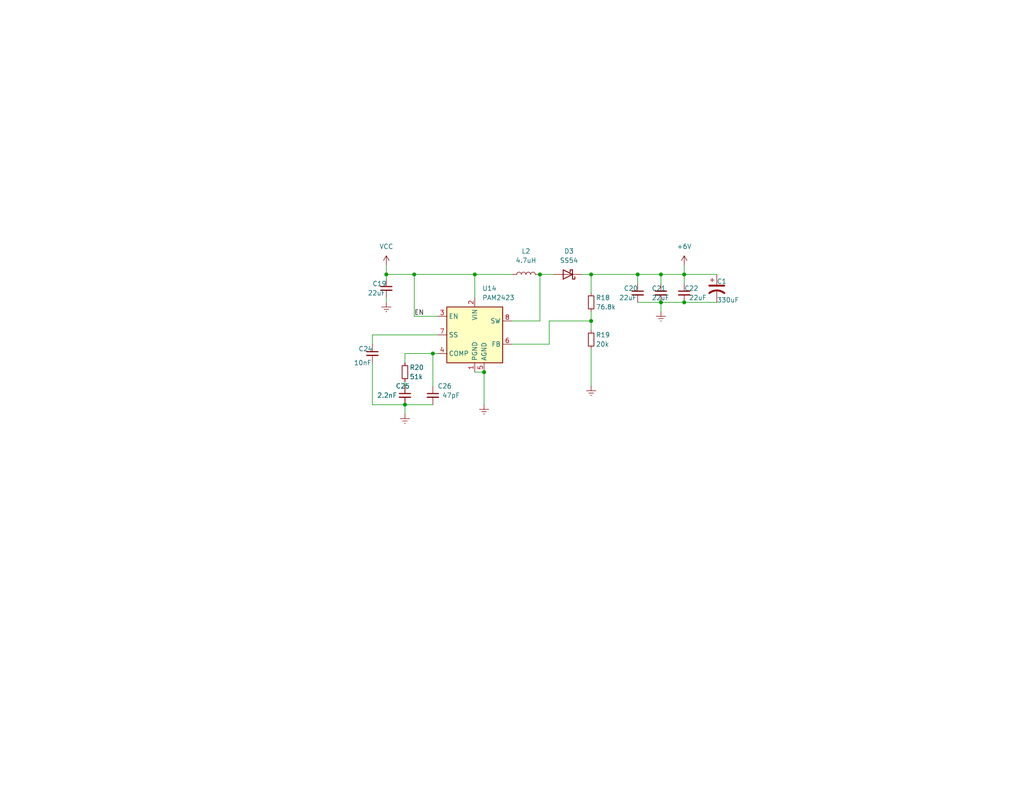
<source format=kicad_sch>
(kicad_sch (version 20230121) (generator eeschema)

  (uuid 977c97e1-e0e4-4c38-a6f1-5265607ac8d0)

  (paper "USLetter")

  (title_block
    (title "Yozh mainboard")
    (date "2023-10-26")
    (rev "4.02")
    (company "Island Robotics")
  )

  (lib_symbols
    (symbol "Device:C_Polarized_US" (pin_numbers hide) (pin_names (offset 0.254) hide) (in_bom yes) (on_board yes)
      (property "Reference" "C" (at 0.635 2.54 0)
        (effects (font (size 1.27 1.27)) (justify left))
      )
      (property "Value" "C_Polarized_US" (at 0.635 -2.54 0)
        (effects (font (size 1.27 1.27)) (justify left))
      )
      (property "Footprint" "" (at 0 0 0)
        (effects (font (size 1.27 1.27)) hide)
      )
      (property "Datasheet" "~" (at 0 0 0)
        (effects (font (size 1.27 1.27)) hide)
      )
      (property "ki_keywords" "cap capacitor" (at 0 0 0)
        (effects (font (size 1.27 1.27)) hide)
      )
      (property "ki_description" "Polarized capacitor, US symbol" (at 0 0 0)
        (effects (font (size 1.27 1.27)) hide)
      )
      (property "ki_fp_filters" "CP_*" (at 0 0 0)
        (effects (font (size 1.27 1.27)) hide)
      )
      (symbol "C_Polarized_US_0_1"
        (polyline
          (pts
            (xy -2.032 0.762)
            (xy 2.032 0.762)
          )
          (stroke (width 0.508) (type default))
          (fill (type none))
        )
        (polyline
          (pts
            (xy -1.778 2.286)
            (xy -0.762 2.286)
          )
          (stroke (width 0) (type default))
          (fill (type none))
        )
        (polyline
          (pts
            (xy -1.27 1.778)
            (xy -1.27 2.794)
          )
          (stroke (width 0) (type default))
          (fill (type none))
        )
        (arc (start 2.032 -1.27) (mid 0 -0.5572) (end -2.032 -1.27)
          (stroke (width 0.508) (type default))
          (fill (type none))
        )
      )
      (symbol "C_Polarized_US_1_1"
        (pin passive line (at 0 3.81 270) (length 2.794)
          (name "~" (effects (font (size 1.27 1.27))))
          (number "1" (effects (font (size 1.27 1.27))))
        )
        (pin passive line (at 0 -3.81 90) (length 3.302)
          (name "~" (effects (font (size 1.27 1.27))))
          (number "2" (effects (font (size 1.27 1.27))))
        )
      )
    )
    (symbol "Device:C_Small" (pin_numbers hide) (pin_names (offset 0.254) hide) (in_bom yes) (on_board yes)
      (property "Reference" "C" (at 0.254 1.778 0)
        (effects (font (size 1.27 1.27)) (justify left))
      )
      (property "Value" "C_Small" (at 0.254 -2.032 0)
        (effects (font (size 1.27 1.27)) (justify left))
      )
      (property "Footprint" "" (at 0 0 0)
        (effects (font (size 1.27 1.27)) hide)
      )
      (property "Datasheet" "~" (at 0 0 0)
        (effects (font (size 1.27 1.27)) hide)
      )
      (property "ki_keywords" "capacitor cap" (at 0 0 0)
        (effects (font (size 1.27 1.27)) hide)
      )
      (property "ki_description" "Unpolarized capacitor, small symbol" (at 0 0 0)
        (effects (font (size 1.27 1.27)) hide)
      )
      (property "ki_fp_filters" "C_*" (at 0 0 0)
        (effects (font (size 1.27 1.27)) hide)
      )
      (symbol "C_Small_0_1"
        (polyline
          (pts
            (xy -1.524 -0.508)
            (xy 1.524 -0.508)
          )
          (stroke (width 0.3302) (type default))
          (fill (type none))
        )
        (polyline
          (pts
            (xy -1.524 0.508)
            (xy 1.524 0.508)
          )
          (stroke (width 0.3048) (type default))
          (fill (type none))
        )
      )
      (symbol "C_Small_1_1"
        (pin passive line (at 0 2.54 270) (length 2.032)
          (name "~" (effects (font (size 1.27 1.27))))
          (number "1" (effects (font (size 1.27 1.27))))
        )
        (pin passive line (at 0 -2.54 90) (length 2.032)
          (name "~" (effects (font (size 1.27 1.27))))
          (number "2" (effects (font (size 1.27 1.27))))
        )
      )
    )
    (symbol "Device:D_Schottky" (pin_numbers hide) (pin_names (offset 1.016) hide) (in_bom yes) (on_board yes)
      (property "Reference" "D" (at 0 2.54 0)
        (effects (font (size 1.27 1.27)))
      )
      (property "Value" "D_Schottky" (at 0 -2.54 0)
        (effects (font (size 1.27 1.27)))
      )
      (property "Footprint" "" (at 0 0 0)
        (effects (font (size 1.27 1.27)) hide)
      )
      (property "Datasheet" "~" (at 0 0 0)
        (effects (font (size 1.27 1.27)) hide)
      )
      (property "ki_keywords" "diode Schottky" (at 0 0 0)
        (effects (font (size 1.27 1.27)) hide)
      )
      (property "ki_description" "Schottky diode" (at 0 0 0)
        (effects (font (size 1.27 1.27)) hide)
      )
      (property "ki_fp_filters" "TO-???* *_Diode_* *SingleDiode* D_*" (at 0 0 0)
        (effects (font (size 1.27 1.27)) hide)
      )
      (symbol "D_Schottky_0_1"
        (polyline
          (pts
            (xy 1.27 0)
            (xy -1.27 0)
          )
          (stroke (width 0) (type default))
          (fill (type none))
        )
        (polyline
          (pts
            (xy 1.27 1.27)
            (xy 1.27 -1.27)
            (xy -1.27 0)
            (xy 1.27 1.27)
          )
          (stroke (width 0.254) (type default))
          (fill (type none))
        )
        (polyline
          (pts
            (xy -1.905 0.635)
            (xy -1.905 1.27)
            (xy -1.27 1.27)
            (xy -1.27 -1.27)
            (xy -0.635 -1.27)
            (xy -0.635 -0.635)
          )
          (stroke (width 0.254) (type default))
          (fill (type none))
        )
      )
      (symbol "D_Schottky_1_1"
        (pin passive line (at -3.81 0 0) (length 2.54)
          (name "K" (effects (font (size 1.27 1.27))))
          (number "1" (effects (font (size 1.27 1.27))))
        )
        (pin passive line (at 3.81 0 180) (length 2.54)
          (name "A" (effects (font (size 1.27 1.27))))
          (number "2" (effects (font (size 1.27 1.27))))
        )
      )
    )
    (symbol "Device:L" (pin_numbers hide) (pin_names (offset 1.016) hide) (in_bom yes) (on_board yes)
      (property "Reference" "L" (at -1.27 0 90)
        (effects (font (size 1.27 1.27)))
      )
      (property "Value" "L" (at 1.905 0 90)
        (effects (font (size 1.27 1.27)))
      )
      (property "Footprint" "" (at 0 0 0)
        (effects (font (size 1.27 1.27)) hide)
      )
      (property "Datasheet" "~" (at 0 0 0)
        (effects (font (size 1.27 1.27)) hide)
      )
      (property "ki_keywords" "inductor choke coil reactor magnetic" (at 0 0 0)
        (effects (font (size 1.27 1.27)) hide)
      )
      (property "ki_description" "Inductor" (at 0 0 0)
        (effects (font (size 1.27 1.27)) hide)
      )
      (property "ki_fp_filters" "Choke_* *Coil* Inductor_* L_*" (at 0 0 0)
        (effects (font (size 1.27 1.27)) hide)
      )
      (symbol "L_0_1"
        (arc (start 0 -2.54) (mid 0.6323 -1.905) (end 0 -1.27)
          (stroke (width 0) (type default))
          (fill (type none))
        )
        (arc (start 0 -1.27) (mid 0.6323 -0.635) (end 0 0)
          (stroke (width 0) (type default))
          (fill (type none))
        )
        (arc (start 0 0) (mid 0.6323 0.635) (end 0 1.27)
          (stroke (width 0) (type default))
          (fill (type none))
        )
        (arc (start 0 1.27) (mid 0.6323 1.905) (end 0 2.54)
          (stroke (width 0) (type default))
          (fill (type none))
        )
      )
      (symbol "L_1_1"
        (pin passive line (at 0 3.81 270) (length 1.27)
          (name "1" (effects (font (size 1.27 1.27))))
          (number "1" (effects (font (size 1.27 1.27))))
        )
        (pin passive line (at 0 -3.81 90) (length 1.27)
          (name "2" (effects (font (size 1.27 1.27))))
          (number "2" (effects (font (size 1.27 1.27))))
        )
      )
    )
    (symbol "Device:R_Small" (pin_numbers hide) (pin_names (offset 0.254) hide) (in_bom yes) (on_board yes)
      (property "Reference" "R" (at 0.762 0.508 0)
        (effects (font (size 1.27 1.27)) (justify left))
      )
      (property "Value" "R_Small" (at 0.762 -1.016 0)
        (effects (font (size 1.27 1.27)) (justify left))
      )
      (property "Footprint" "" (at 0 0 0)
        (effects (font (size 1.27 1.27)) hide)
      )
      (property "Datasheet" "~" (at 0 0 0)
        (effects (font (size 1.27 1.27)) hide)
      )
      (property "ki_keywords" "R resistor" (at 0 0 0)
        (effects (font (size 1.27 1.27)) hide)
      )
      (property "ki_description" "Resistor, small symbol" (at 0 0 0)
        (effects (font (size 1.27 1.27)) hide)
      )
      (property "ki_fp_filters" "R_*" (at 0 0 0)
        (effects (font (size 1.27 1.27)) hide)
      )
      (symbol "R_Small_0_1"
        (rectangle (start -0.762 1.778) (end 0.762 -1.778)
          (stroke (width 0.2032) (type default))
          (fill (type none))
        )
      )
      (symbol "R_Small_1_1"
        (pin passive line (at 0 2.54 270) (length 0.762)
          (name "~" (effects (font (size 1.27 1.27))))
          (number "1" (effects (font (size 1.27 1.27))))
        )
        (pin passive line (at 0 -2.54 90) (length 0.762)
          (name "~" (effects (font (size 1.27 1.27))))
          (number "2" (effects (font (size 1.27 1.27))))
        )
      )
    )
    (symbol "power:+6V" (power) (pin_names (offset 0)) (in_bom yes) (on_board yes)
      (property "Reference" "#PWR" (at 0 -3.81 0)
        (effects (font (size 1.27 1.27)) hide)
      )
      (property "Value" "+6V" (at 0 3.556 0)
        (effects (font (size 1.27 1.27)))
      )
      (property "Footprint" "" (at 0 0 0)
        (effects (font (size 1.27 1.27)) hide)
      )
      (property "Datasheet" "" (at 0 0 0)
        (effects (font (size 1.27 1.27)) hide)
      )
      (property "ki_keywords" "power-flag" (at 0 0 0)
        (effects (font (size 1.27 1.27)) hide)
      )
      (property "ki_description" "Power symbol creates a global label with name \"+6V\"" (at 0 0 0)
        (effects (font (size 1.27 1.27)) hide)
      )
      (symbol "+6V_0_1"
        (polyline
          (pts
            (xy -0.762 1.27)
            (xy 0 2.54)
          )
          (stroke (width 0) (type default))
          (fill (type none))
        )
        (polyline
          (pts
            (xy 0 0)
            (xy 0 2.54)
          )
          (stroke (width 0) (type default))
          (fill (type none))
        )
        (polyline
          (pts
            (xy 0 2.54)
            (xy 0.762 1.27)
          )
          (stroke (width 0) (type default))
          (fill (type none))
        )
      )
      (symbol "+6V_1_1"
        (pin power_in line (at 0 0 90) (length 0) hide
          (name "+6V" (effects (font (size 1.27 1.27))))
          (number "1" (effects (font (size 1.27 1.27))))
        )
      )
    )
    (symbol "power:GNDREF" (power) (pin_names (offset 0)) (in_bom yes) (on_board yes)
      (property "Reference" "#PWR" (at 0 -6.35 0)
        (effects (font (size 1.27 1.27)) hide)
      )
      (property "Value" "GNDREF" (at 0 -3.81 0)
        (effects (font (size 1.27 1.27)))
      )
      (property "Footprint" "" (at 0 0 0)
        (effects (font (size 1.27 1.27)) hide)
      )
      (property "Datasheet" "" (at 0 0 0)
        (effects (font (size 1.27 1.27)) hide)
      )
      (property "ki_keywords" "power-flag" (at 0 0 0)
        (effects (font (size 1.27 1.27)) hide)
      )
      (property "ki_description" "Power symbol creates a global label with name \"GNDREF\" , reference supply ground" (at 0 0 0)
        (effects (font (size 1.27 1.27)) hide)
      )
      (symbol "GNDREF_0_1"
        (polyline
          (pts
            (xy -0.635 -1.905)
            (xy 0.635 -1.905)
          )
          (stroke (width 0) (type default))
          (fill (type none))
        )
        (polyline
          (pts
            (xy -0.127 -2.54)
            (xy 0.127 -2.54)
          )
          (stroke (width 0) (type default))
          (fill (type none))
        )
        (polyline
          (pts
            (xy 0 -1.27)
            (xy 0 0)
          )
          (stroke (width 0) (type default))
          (fill (type none))
        )
        (polyline
          (pts
            (xy 1.27 -1.27)
            (xy -1.27 -1.27)
          )
          (stroke (width 0) (type default))
          (fill (type none))
        )
      )
      (symbol "GNDREF_1_1"
        (pin power_in line (at 0 0 270) (length 0) hide
          (name "GNDREF" (effects (font (size 1.27 1.27))))
          (number "1" (effects (font (size 1.27 1.27))))
        )
      )
    )
    (symbol "power:VCC" (power) (pin_names (offset 0)) (in_bom yes) (on_board yes)
      (property "Reference" "#PWR" (at 0 -3.81 0)
        (effects (font (size 1.27 1.27)) hide)
      )
      (property "Value" "VCC" (at 0 3.81 0)
        (effects (font (size 1.27 1.27)))
      )
      (property "Footprint" "" (at 0 0 0)
        (effects (font (size 1.27 1.27)) hide)
      )
      (property "Datasheet" "" (at 0 0 0)
        (effects (font (size 1.27 1.27)) hide)
      )
      (property "ki_keywords" "power-flag" (at 0 0 0)
        (effects (font (size 1.27 1.27)) hide)
      )
      (property "ki_description" "Power symbol creates a global label with name \"VCC\"" (at 0 0 0)
        (effects (font (size 1.27 1.27)) hide)
      )
      (symbol "VCC_0_1"
        (polyline
          (pts
            (xy -0.762 1.27)
            (xy 0 2.54)
          )
          (stroke (width 0) (type default))
          (fill (type none))
        )
        (polyline
          (pts
            (xy 0 0)
            (xy 0 2.54)
          )
          (stroke (width 0) (type default))
          (fill (type none))
        )
        (polyline
          (pts
            (xy 0 2.54)
            (xy 0.762 1.27)
          )
          (stroke (width 0) (type default))
          (fill (type none))
        )
      )
      (symbol "VCC_1_1"
        (pin power_in line (at 0 0 90) (length 0) hide
          (name "VCC" (effects (font (size 1.27 1.27))))
          (number "1" (effects (font (size 1.27 1.27))))
        )
      )
    )
    (symbol "shurik-personal:PAM2423" (in_bom yes) (on_board yes)
      (property "Reference" "U" (at -7.366 8.636 0)
        (effects (font (size 1.27 1.27)))
      )
      (property "Value" "PAM2423" (at 7.62 8.89 0)
        (effects (font (size 1.27 1.27)))
      )
      (property "Footprint" "Package_SO:SOIC-8-1EP_3.9x4.9mm_P1.27mm_EP2.62x3.51mm" (at 5.08 13.97 0)
        (effects (font (size 1.27 1.27)) hide)
      )
      (property "Datasheet" "https://www.diodes.com/assets/Datasheets/products_inactive_data/PAM2421_22_23.pdf" (at 3.81 -20.32 0)
        (effects (font (size 1.27 1.27)) hide)
      )
      (property "ki_keywords" "boost converter step up" (at 0 0 0)
        (effects (font (size 1.27 1.27)) hide)
      )
      (property "ki_description" "Synchronous Rectified 5.5A, 24V, 520kHz Step-Up Converter, SOIC-8" (at 0 0 0)
        (effects (font (size 1.27 1.27)) hide)
      )
      (property "ki_fp_filters" "SOIC*1EP*3.9x4.9mm*P1.27mm*" (at 0 0 0)
        (effects (font (size 1.27 1.27)) hide)
      )
      (symbol "PAM2423_0_1"
        (rectangle (start -7.62 7.62) (end 7.62 -7.62)
          (stroke (width 0.254) (type default))
          (fill (type background))
        )
      )
      (symbol "PAM2423_1_1"
        (pin power_in line (at 0 -10.16 90) (length 2.54)
          (name "PGND" (effects (font (size 1.27 1.27))))
          (number "1" (effects (font (size 1.27 1.27))))
        )
        (pin power_in line (at 0 10.16 270) (length 2.54)
          (name "VIN" (effects (font (size 1.27 1.27))))
          (number "2" (effects (font (size 1.27 1.27))))
        )
        (pin input line (at -10.16 5.08 0) (length 2.54)
          (name "EN" (effects (font (size 1.27 1.27))))
          (number "3" (effects (font (size 1.27 1.27))))
        )
        (pin passive line (at -10.16 -5.08 0) (length 2.54)
          (name "COMP" (effects (font (size 1.27 1.27))))
          (number "4" (effects (font (size 1.27 1.27))))
        )
        (pin power_in line (at 2.54 -10.16 90) (length 2.54)
          (name "AGND" (effects (font (size 1.27 1.27))))
          (number "5" (effects (font (size 1.27 1.27))))
        )
        (pin input line (at 10.16 -2.54 180) (length 2.54)
          (name "FB" (effects (font (size 1.27 1.27))))
          (number "6" (effects (font (size 1.27 1.27))))
        )
        (pin input line (at -10.16 0 0) (length 2.54)
          (name "SS" (effects (font (size 1.27 1.27))))
          (number "7" (effects (font (size 1.27 1.27))))
        )
        (pin output line (at 10.16 3.81 180) (length 2.54)
          (name "SW" (effects (font (size 1.27 1.27))))
          (number "8" (effects (font (size 1.27 1.27))))
        )
      )
    )
  )

  (junction (at 161.29 74.93) (diameter 0) (color 0 0 0 0)
    (uuid 2802fbc3-cc9b-4e9e-bbc9-98d71103e473)
  )
  (junction (at 180.34 82.55) (diameter 0) (color 0 0 0 0)
    (uuid 395bf085-bae6-4af5-ad91-d1dc32dc2cd2)
  )
  (junction (at 186.69 82.55) (diameter 0) (color 0 0 0 0)
    (uuid 3e4d8b08-2b83-4b86-a377-16cd912cd6d3)
  )
  (junction (at 147.32 74.93) (diameter 0) (color 0 0 0 0)
    (uuid 558ea5d2-f6e9-44ca-a746-75ba35083b21)
  )
  (junction (at 132.08 101.6) (diameter 0) (color 0 0 0 0)
    (uuid 5602076b-aa9b-44cd-a7c2-75bf926d6119)
  )
  (junction (at 180.34 74.93) (diameter 0) (color 0 0 0 0)
    (uuid 6b9caf75-b0e8-4547-9962-4e37e17b9a8f)
  )
  (junction (at 161.29 87.63) (diameter 0) (color 0 0 0 0)
    (uuid 9e2deed3-555f-4c44-ac40-9cdb29dcbd8f)
  )
  (junction (at 129.54 74.93) (diameter 0) (color 0 0 0 0)
    (uuid a2ab298b-e65f-4f64-847a-a483e451e927)
  )
  (junction (at 173.99 74.93) (diameter 0) (color 0 0 0 0)
    (uuid abc70a81-9026-4324-b8a0-254c75983beb)
  )
  (junction (at 110.49 110.49) (diameter 0) (color 0 0 0 0)
    (uuid b8e27247-e73d-4445-ba27-1e58ca703f9c)
  )
  (junction (at 118.11 96.52) (diameter 0) (color 0 0 0 0)
    (uuid c4739040-f4e7-4739-a34f-f7284899ce00)
  )
  (junction (at 105.41 74.93) (diameter 0) (color 0 0 0 0)
    (uuid d7004313-7bcd-4799-a65c-83ff33bbfe9f)
  )
  (junction (at 113.03 74.93) (diameter 0) (color 0 0 0 0)
    (uuid def2ee76-e618-4254-8f71-f55760228983)
  )
  (junction (at 186.69 74.93) (diameter 0) (color 0 0 0 0)
    (uuid fa4ff496-8a70-465c-a116-22166f1d7d96)
  )

  (wire (pts (xy 113.03 74.93) (xy 129.54 74.93))
    (stroke (width 0) (type default))
    (uuid 001eb22c-ee68-4209-9b21-c9b8a1d93e34)
  )
  (wire (pts (xy 149.86 87.63) (xy 161.29 87.63))
    (stroke (width 0) (type default))
    (uuid 01648031-13b2-4042-bf22-7c47153e9322)
  )
  (wire (pts (xy 101.6 110.49) (xy 110.49 110.49))
    (stroke (width 0) (type default))
    (uuid 03c26cf9-94d9-40c7-a7f9-3d1ae819fe10)
  )
  (wire (pts (xy 129.54 101.6) (xy 132.08 101.6))
    (stroke (width 0) (type default))
    (uuid 0a693246-e91a-403b-ba9d-36c14b24e8fb)
  )
  (wire (pts (xy 180.34 74.93) (xy 180.34 77.47))
    (stroke (width 0) (type default))
    (uuid 0bd1c006-5b92-443d-b0ba-eb44d7f99385)
  )
  (wire (pts (xy 173.99 82.55) (xy 180.34 82.55))
    (stroke (width 0) (type default))
    (uuid 10fc50e3-cc1f-46f0-a302-aa4e89a5d9ac)
  )
  (wire (pts (xy 105.41 74.93) (xy 105.41 76.2))
    (stroke (width 0) (type default))
    (uuid 1491c976-fb55-4dec-a219-1eed2cab5cf5)
  )
  (wire (pts (xy 186.69 74.93) (xy 195.58 74.93))
    (stroke (width 0) (type default))
    (uuid 152541f3-55bd-4271-b454-696101e16bd0)
  )
  (wire (pts (xy 101.6 91.44) (xy 119.38 91.44))
    (stroke (width 0) (type default))
    (uuid 16f22e32-0a68-445b-890d-a1d6a066de41)
  )
  (wire (pts (xy 132.08 101.6) (xy 132.08 110.49))
    (stroke (width 0) (type default))
    (uuid 1b12d5ea-20f1-484c-915b-a3173847263a)
  )
  (wire (pts (xy 173.99 74.93) (xy 180.34 74.93))
    (stroke (width 0) (type default))
    (uuid 1bfde24d-3aca-4b4c-a36f-fe58a0796915)
  )
  (wire (pts (xy 161.29 95.25) (xy 161.29 105.41))
    (stroke (width 0) (type default))
    (uuid 270fd56c-a1f3-456a-8f68-17b5492f1c77)
  )
  (wire (pts (xy 110.49 96.52) (xy 118.11 96.52))
    (stroke (width 0) (type default))
    (uuid 339cd3eb-d453-4194-9a47-5086cfa0644e)
  )
  (wire (pts (xy 105.41 81.28) (xy 105.41 82.55))
    (stroke (width 0) (type default))
    (uuid 38730ad2-c168-4734-a38c-bab476563e32)
  )
  (wire (pts (xy 113.03 74.93) (xy 113.03 86.36))
    (stroke (width 0) (type default))
    (uuid 3c77146f-4e01-429a-b909-1b251ba962e1)
  )
  (wire (pts (xy 139.7 87.63) (xy 147.32 87.63))
    (stroke (width 0) (type default))
    (uuid 3fe6f06a-f7a2-4af0-b1da-2e1950f933a1)
  )
  (wire (pts (xy 110.49 110.49) (xy 110.49 113.03))
    (stroke (width 0) (type default))
    (uuid 432f4f2f-9732-4a44-9e1d-baf1097a96d6)
  )
  (wire (pts (xy 129.54 74.93) (xy 139.7 74.93))
    (stroke (width 0) (type default))
    (uuid 44bee652-c843-4360-a507-fc4c2ffc414f)
  )
  (wire (pts (xy 101.6 91.44) (xy 101.6 93.98))
    (stroke (width 0) (type default))
    (uuid 4935acf4-c3dc-4e0e-bfbc-0c5737c47c8e)
  )
  (wire (pts (xy 129.54 74.93) (xy 129.54 81.28))
    (stroke (width 0) (type default))
    (uuid 4ee72718-e510-4b96-aa97-e0eda1743847)
  )
  (wire (pts (xy 186.69 82.55) (xy 195.58 82.55))
    (stroke (width 0) (type default))
    (uuid 591a023a-0b48-48c5-a666-c16c50e75e9b)
  )
  (wire (pts (xy 180.34 82.55) (xy 186.69 82.55))
    (stroke (width 0) (type default))
    (uuid 5d162e65-e7f5-4813-9e1e-652b68fe5a70)
  )
  (wire (pts (xy 113.03 86.36) (xy 119.38 86.36))
    (stroke (width 0) (type default))
    (uuid 7290f199-e916-4d0d-8450-d75bc284f13c)
  )
  (wire (pts (xy 186.69 74.93) (xy 186.69 77.47))
    (stroke (width 0) (type default))
    (uuid 73e80ab4-8296-4baf-9542-0f512b7be43f)
  )
  (wire (pts (xy 118.11 96.52) (xy 119.38 96.52))
    (stroke (width 0) (type default))
    (uuid 7b905658-2883-4741-94c8-1ebf49cd9273)
  )
  (wire (pts (xy 139.7 93.98) (xy 149.86 93.98))
    (stroke (width 0) (type default))
    (uuid 953c7430-c753-4a05-a76f-f6cbb8fa6e16)
  )
  (wire (pts (xy 105.41 74.93) (xy 113.03 74.93))
    (stroke (width 0) (type default))
    (uuid 9ab92982-03e0-41d8-9911-65ed86f2b46c)
  )
  (wire (pts (xy 161.29 74.93) (xy 173.99 74.93))
    (stroke (width 0) (type default))
    (uuid 9f12e7b0-ea5b-4ad0-8586-02dac9fe98a7)
  )
  (wire (pts (xy 118.11 96.52) (xy 118.11 105.41))
    (stroke (width 0) (type default))
    (uuid a8aed724-308c-4f99-8fe7-50d221754521)
  )
  (wire (pts (xy 105.41 72.39) (xy 105.41 74.93))
    (stroke (width 0) (type default))
    (uuid ac10e2da-65d3-4e78-89bc-fe1ba6d9fa52)
  )
  (wire (pts (xy 149.86 93.98) (xy 149.86 87.63))
    (stroke (width 0) (type default))
    (uuid af9ebf61-ca7d-4359-917f-ce3a91bbbcb3)
  )
  (wire (pts (xy 161.29 87.63) (xy 161.29 85.09))
    (stroke (width 0) (type default))
    (uuid b11f2777-1da9-4c1b-9494-4e86f77b9f46)
  )
  (wire (pts (xy 161.29 87.63) (xy 161.29 90.17))
    (stroke (width 0) (type default))
    (uuid bbd924a1-c84d-49d6-a733-37c0143b82f9)
  )
  (wire (pts (xy 101.6 99.06) (xy 101.6 110.49))
    (stroke (width 0) (type default))
    (uuid c1213472-7574-4110-8793-7f4735b398d5)
  )
  (wire (pts (xy 186.69 74.93) (xy 186.69 72.39))
    (stroke (width 0) (type default))
    (uuid d5073400-f9c2-4cf3-adfa-105481b4b1ba)
  )
  (wire (pts (xy 180.34 74.93) (xy 186.69 74.93))
    (stroke (width 0) (type default))
    (uuid d7343f2b-2368-4b1d-ad6f-67674669b0a0)
  )
  (wire (pts (xy 110.49 96.52) (xy 110.49 99.06))
    (stroke (width 0) (type default))
    (uuid df18d165-7659-41e1-89df-8a5a2265c71a)
  )
  (wire (pts (xy 173.99 74.93) (xy 173.99 77.47))
    (stroke (width 0) (type default))
    (uuid e020ea4a-26ca-4334-a713-edf8fd2a0038)
  )
  (wire (pts (xy 147.32 74.93) (xy 147.32 87.63))
    (stroke (width 0) (type default))
    (uuid e7686711-fb33-4ebb-bb6f-f9aa6312ffa7)
  )
  (wire (pts (xy 158.75 74.93) (xy 161.29 74.93))
    (stroke (width 0) (type default))
    (uuid e8ea283c-036a-4257-8989-9a8ee3c938ce)
  )
  (wire (pts (xy 110.49 104.14) (xy 110.49 105.41))
    (stroke (width 0) (type default))
    (uuid eac5fd02-aa18-4039-877b-d0c149d855c7)
  )
  (wire (pts (xy 147.32 74.93) (xy 151.13 74.93))
    (stroke (width 0) (type default))
    (uuid eceaee7d-f2c2-4c71-b650-1a7d1b764fe9)
  )
  (wire (pts (xy 161.29 74.93) (xy 161.29 80.01))
    (stroke (width 0) (type default))
    (uuid f3abc9e3-8c17-4332-950e-bc62ba6ab81a)
  )
  (wire (pts (xy 180.34 82.55) (xy 180.34 85.09))
    (stroke (width 0) (type default))
    (uuid f58dde85-64f3-42a1-9cc5-1fe80e0122da)
  )
  (wire (pts (xy 110.49 110.49) (xy 118.11 110.49))
    (stroke (width 0) (type default))
    (uuid fa1b16c8-e8b0-4061-a098-fc9257068106)
  )

  (label "EN" (at 113.03 86.36 0) (fields_autoplaced)
    (effects (font (size 1.27 1.27)) (justify left bottom))
    (uuid 7e9ffa64-d251-4e72-aea0-3c5b675da9d5)
  )

  (symbol (lib_id "Device:C_Small") (at 173.99 80.01 0) (unit 1)
    (in_bom yes) (on_board yes) (dnp no)
    (uuid 01da52c9-9a57-49ac-8b79-aa355ecb6777)
    (property "Reference" "C20" (at 170.18 78.74 0)
      (effects (font (size 1.27 1.27)) (justify left))
    )
    (property "Value" "22uF" (at 168.91 81.28 0)
      (effects (font (size 1.27 1.27)) (justify left))
    )
    (property "Footprint" "Capacitor_SMD:C_0805_2012Metric" (at 173.99 80.01 0)
      (effects (font (size 1.27 1.27)) hide)
    )
    (property "Datasheet" "~" (at 173.99 80.01 0)
      (effects (font (size 1.27 1.27)) hide)
    )
    (property "LCSC" "C45783" (at 170.18 78.74 0)
      (effects (font (size 1.27 1.27)) hide)
    )
    (pin "1" (uuid 8d35f2cb-071d-4658-8a99-993952712c36))
    (pin "2" (uuid a4c0b832-70ee-48a8-9779-a7960c8f85b0))
    (instances
      (project "mainboard_dual_battery"
        (path "/591ae189-9f11-455a-8e73-9d24a6e3c138"
          (reference "C20") (unit 1)
        )
        (path "/591ae189-9f11-455a-8e73-9d24a6e3c138/d7aafc7f-a655-4380-8bc0-19e0eb0d0f4c"
          (reference "C20") (unit 1)
        )
      )
    )
  )

  (symbol (lib_id "Device:C_Small") (at 186.69 80.01 0) (unit 1)
    (in_bom yes) (on_board yes) (dnp no)
    (uuid 030deac6-8c55-4a16-aeaa-d6e7f800f604)
    (property "Reference" "C22" (at 186.69 78.74 0)
      (effects (font (size 1.27 1.27)) (justify left))
    )
    (property "Value" "22uF" (at 187.96 81.28 0)
      (effects (font (size 1.27 1.27)) (justify left))
    )
    (property "Footprint" "Capacitor_SMD:C_0805_2012Metric" (at 186.69 80.01 0)
      (effects (font (size 1.27 1.27)) hide)
    )
    (property "Datasheet" "~" (at 186.69 80.01 0)
      (effects (font (size 1.27 1.27)) hide)
    )
    (property "LCSC" "C45783" (at 186.69 78.74 0)
      (effects (font (size 1.27 1.27)) hide)
    )
    (pin "1" (uuid ea13ddaa-5e3b-4911-9860-d8c7db40dcb5))
    (pin "2" (uuid 11fd3fba-7b5a-40f3-833c-20bc9a40a7db))
    (instances
      (project "mainboard_dual_battery"
        (path "/591ae189-9f11-455a-8e73-9d24a6e3c138"
          (reference "C22") (unit 1)
        )
        (path "/591ae189-9f11-455a-8e73-9d24a6e3c138/d7aafc7f-a655-4380-8bc0-19e0eb0d0f4c"
          (reference "C22") (unit 1)
        )
      )
    )
  )

  (symbol (lib_id "power:GNDREF") (at 110.49 113.03 0) (unit 1)
    (in_bom yes) (on_board yes) (dnp no) (fields_autoplaced)
    (uuid 1487eb73-a66b-45c8-9537-2125bad20048)
    (property "Reference" "#PWR0101" (at 110.49 119.38 0)
      (effects (font (size 1.27 1.27)) hide)
    )
    (property "Value" "GNDREF" (at 110.49 118.11 0)
      (effects (font (size 1.27 1.27)) hide)
    )
    (property "Footprint" "" (at 110.49 113.03 0)
      (effects (font (size 1.27 1.27)) hide)
    )
    (property "Datasheet" "" (at 110.49 113.03 0)
      (effects (font (size 1.27 1.27)) hide)
    )
    (pin "1" (uuid 8dd86cea-e2e0-4682-9f20-c5b9b5052d1b))
    (instances
      (project "mainboard_dual_battery"
        (path "/591ae189-9f11-455a-8e73-9d24a6e3c138"
          (reference "#PWR0101") (unit 1)
        )
        (path "/591ae189-9f11-455a-8e73-9d24a6e3c138/d7aafc7f-a655-4380-8bc0-19e0eb0d0f4c"
          (reference "#PWR058") (unit 1)
        )
      )
    )
  )

  (symbol (lib_id "power:GNDREF") (at 161.29 105.41 0) (unit 1)
    (in_bom yes) (on_board yes) (dnp no) (fields_autoplaced)
    (uuid 279688f2-7db0-485f-9d20-e7669cd00757)
    (property "Reference" "#PWR0103" (at 161.29 111.76 0)
      (effects (font (size 1.27 1.27)) hide)
    )
    (property "Value" "GNDREF" (at 161.29 110.49 0)
      (effects (font (size 1.27 1.27)) hide)
    )
    (property "Footprint" "" (at 161.29 105.41 0)
      (effects (font (size 1.27 1.27)) hide)
    )
    (property "Datasheet" "" (at 161.29 105.41 0)
      (effects (font (size 1.27 1.27)) hide)
    )
    (pin "1" (uuid 449c06a9-4a3a-4c33-a420-f53ebad2f718))
    (instances
      (project "mainboard_dual_battery"
        (path "/591ae189-9f11-455a-8e73-9d24a6e3c138"
          (reference "#PWR0103") (unit 1)
        )
        (path "/591ae189-9f11-455a-8e73-9d24a6e3c138/d7aafc7f-a655-4380-8bc0-19e0eb0d0f4c"
          (reference "#PWR053") (unit 1)
        )
      )
    )
  )

  (symbol (lib_id "power:+6V") (at 186.69 72.39 0) (unit 1)
    (in_bom yes) (on_board yes) (dnp no) (fields_autoplaced)
    (uuid 2ba7834c-64cd-430b-927b-d639ac4ec728)
    (property "Reference" "#PWR054" (at 186.69 76.2 0)
      (effects (font (size 1.27 1.27)) hide)
    )
    (property "Value" "+6V" (at 186.69 67.31 0)
      (effects (font (size 1.27 1.27)))
    )
    (property "Footprint" "" (at 186.69 72.39 0)
      (effects (font (size 1.27 1.27)) hide)
    )
    (property "Datasheet" "" (at 186.69 72.39 0)
      (effects (font (size 1.27 1.27)) hide)
    )
    (pin "1" (uuid 53844399-e306-4070-8ea3-1c626c5129aa))
    (instances
      (project "mainboard_dual_battery"
        (path "/591ae189-9f11-455a-8e73-9d24a6e3c138"
          (reference "#PWR054") (unit 1)
        )
        (path "/591ae189-9f11-455a-8e73-9d24a6e3c138/d7aafc7f-a655-4380-8bc0-19e0eb0d0f4c"
          (reference "#PWR011") (unit 1)
        )
      )
    )
  )

  (symbol (lib_id "Device:L") (at 143.51 74.93 90) (unit 1)
    (in_bom yes) (on_board yes) (dnp no) (fields_autoplaced)
    (uuid 35b75cf9-2b38-449b-960c-bc4bedbacb7f)
    (property "Reference" "L2" (at 143.51 68.58 90)
      (effects (font (size 1.27 1.27)))
    )
    (property "Value" "4.7uH" (at 143.51 71.12 90)
      (effects (font (size 1.27 1.27)))
    )
    (property "Footprint" "shurik-personal:L_Panasonic-ETQP3M" (at 143.51 74.93 0)
      (effects (font (size 1.27 1.27)) hide)
    )
    (property "Datasheet" "~" (at 143.51 74.93 0)
      (effects (font (size 1.27 1.27)) hide)
    )
    (property "LCSC" "C412309" (at 143.51 68.58 0)
      (effects (font (size 1.27 1.27)) hide)
    )
    (pin "1" (uuid b4c6e197-0f60-4734-befd-cb4b84cc9b32))
    (pin "2" (uuid b7043ccc-ba3e-4504-8a28-439fa24f5561))
    (instances
      (project "mainboard_dual_battery"
        (path "/591ae189-9f11-455a-8e73-9d24a6e3c138"
          (reference "L2") (unit 1)
        )
        (path "/591ae189-9f11-455a-8e73-9d24a6e3c138/d7aafc7f-a655-4380-8bc0-19e0eb0d0f4c"
          (reference "L2") (unit 1)
        )
      )
    )
  )

  (symbol (lib_id "power:GNDREF") (at 132.08 110.49 0) (unit 1)
    (in_bom yes) (on_board yes) (dnp no) (fields_autoplaced)
    (uuid 5a5a62b5-c31f-491b-b7bb-96e66cf46c95)
    (property "Reference" "#PWR0104" (at 132.08 116.84 0)
      (effects (font (size 1.27 1.27)) hide)
    )
    (property "Value" "GNDREF" (at 132.08 115.57 0)
      (effects (font (size 1.27 1.27)) hide)
    )
    (property "Footprint" "" (at 132.08 110.49 0)
      (effects (font (size 1.27 1.27)) hide)
    )
    (property "Datasheet" "" (at 132.08 110.49 0)
      (effects (font (size 1.27 1.27)) hide)
    )
    (pin "1" (uuid 058f0cda-fd3c-41de-8cf7-d0fa35020ce0))
    (instances
      (project "mainboard_dual_battery"
        (path "/591ae189-9f11-455a-8e73-9d24a6e3c138"
          (reference "#PWR0104") (unit 1)
        )
        (path "/591ae189-9f11-455a-8e73-9d24a6e3c138/d7aafc7f-a655-4380-8bc0-19e0eb0d0f4c"
          (reference "#PWR054") (unit 1)
        )
      )
    )
  )

  (symbol (lib_id "Device:D_Schottky") (at 154.94 74.93 180) (unit 1)
    (in_bom yes) (on_board yes) (dnp no) (fields_autoplaced)
    (uuid 696d3512-31d3-42d1-bed7-e91d5831e1d5)
    (property "Reference" "D3" (at 155.2575 68.58 0)
      (effects (font (size 1.27 1.27)))
    )
    (property "Value" "SS54" (at 155.2575 71.12 0)
      (effects (font (size 1.27 1.27)))
    )
    (property "Footprint" "Diode_SMD:D_SMA" (at 154.94 74.93 0)
      (effects (font (size 1.27 1.27)) hide)
    )
    (property "Datasheet" "~" (at 154.94 74.93 0)
      (effects (font (size 1.27 1.27)) hide)
    )
    (property "LCSC" "C22452" (at 155.2575 68.58 0)
      (effects (font (size 1.27 1.27)) hide)
    )
    (pin "1" (uuid d8be312c-9004-41dd-bc9f-c564089c7503))
    (pin "2" (uuid a90dcf0e-571f-429c-a622-88d028d6ec6f))
    (instances
      (project "mainboard_dual_battery"
        (path "/591ae189-9f11-455a-8e73-9d24a6e3c138"
          (reference "D3") (unit 1)
        )
        (path "/591ae189-9f11-455a-8e73-9d24a6e3c138/d7aafc7f-a655-4380-8bc0-19e0eb0d0f4c"
          (reference "D3") (unit 1)
        )
      )
    )
  )

  (symbol (lib_id "Device:C_Polarized_US") (at 195.58 78.74 0) (unit 1)
    (in_bom yes) (on_board yes) (dnp no)
    (uuid 6a281a72-8dd0-4279-904a-158f7a9c928b)
    (property "Reference" "C1" (at 195.58 76.8349 0)
      (effects (font (size 1.27 1.27)) (justify left))
    )
    (property "Value" "330uF" (at 195.58 81.9149 0)
      (effects (font (size 1.27 1.27)) (justify left))
    )
    (property "Footprint" "Capacitor_SMD:CP_Elec_6.3x7.7" (at 195.58 78.74 0)
      (effects (font (size 1.27 1.27)) hide)
    )
    (property "Datasheet" "~" (at 195.58 78.74 0)
      (effects (font (size 1.27 1.27)) hide)
    )
    (property "LCSC" "C2980164" (at 195.58 76.8349 0)
      (effects (font (size 1.27 1.27)) hide)
    )
    (pin "1" (uuid 94d8a2ec-5002-4181-9b54-11236d7f9e3b))
    (pin "2" (uuid cc240f38-65ec-4e5b-946a-8630550bf126))
    (instances
      (project "mainboard_dual_battery"
        (path "/591ae189-9f11-455a-8e73-9d24a6e3c138"
          (reference "C1") (unit 1)
        )
        (path "/591ae189-9f11-455a-8e73-9d24a6e3c138/d7aafc7f-a655-4380-8bc0-19e0eb0d0f4c"
          (reference "C19") (unit 1)
        )
      )
    )
  )

  (symbol (lib_id "Device:C_Small") (at 118.11 107.95 0) (unit 1)
    (in_bom yes) (on_board yes) (dnp no)
    (uuid 742e848a-81df-47e8-8b72-98dd08966494)
    (property "Reference" "C26" (at 119.38 105.41 0)
      (effects (font (size 1.27 1.27)) (justify left))
    )
    (property "Value" "47pF" (at 120.65 107.95 0)
      (effects (font (size 1.27 1.27)) (justify left))
    )
    (property "Footprint" "Capacitor_SMD:C_0603_1608Metric" (at 118.11 107.95 0)
      (effects (font (size 1.27 1.27)) hide)
    )
    (property "Datasheet" "~" (at 118.11 107.95 0)
      (effects (font (size 1.27 1.27)) hide)
    )
    (property "LCSC" "C1671" (at 119.38 105.41 0)
      (effects (font (size 1.27 1.27)) hide)
    )
    (pin "1" (uuid 032d12bc-e434-4d04-8509-b05166049695))
    (pin "2" (uuid f713b69e-d988-4789-b8c1-6d6f4e0ab16d))
    (instances
      (project "mainboard_dual_battery"
        (path "/591ae189-9f11-455a-8e73-9d24a6e3c138"
          (reference "C26") (unit 1)
        )
        (path "/591ae189-9f11-455a-8e73-9d24a6e3c138/d7aafc7f-a655-4380-8bc0-19e0eb0d0f4c"
          (reference "C26") (unit 1)
        )
      )
    )
  )

  (symbol (lib_id "Device:C_Small") (at 101.6 96.52 0) (unit 1)
    (in_bom yes) (on_board yes) (dnp no)
    (uuid 74f25e91-4e38-445a-9369-be0e33382412)
    (property "Reference" "C24" (at 97.79 95.25 0)
      (effects (font (size 1.27 1.27)) (justify left))
    )
    (property "Value" "10nF" (at 96.52 99.06 0)
      (effects (font (size 1.27 1.27)) (justify left))
    )
    (property "Footprint" "Capacitor_SMD:C_0603_1608Metric" (at 101.6 96.52 0)
      (effects (font (size 1.27 1.27)) hide)
    )
    (property "Datasheet" "~" (at 101.6 96.52 0)
      (effects (font (size 1.27 1.27)) hide)
    )
    (property "LCSC" "C57112" (at 97.79 95.25 0)
      (effects (font (size 1.27 1.27)) hide)
    )
    (pin "1" (uuid 1e6104fb-a992-421c-a62d-f08768a10f63))
    (pin "2" (uuid 5381c23a-c17f-4d83-ba86-bae17f8ae687))
    (instances
      (project "mainboard_dual_battery"
        (path "/591ae189-9f11-455a-8e73-9d24a6e3c138"
          (reference "C24") (unit 1)
        )
        (path "/591ae189-9f11-455a-8e73-9d24a6e3c138/d7aafc7f-a655-4380-8bc0-19e0eb0d0f4c"
          (reference "C24") (unit 1)
        )
      )
    )
  )

  (symbol (lib_id "power:GNDREF") (at 105.41 82.55 0) (unit 1)
    (in_bom yes) (on_board yes) (dnp no) (fields_autoplaced)
    (uuid 7b09cd17-15b3-4696-a5ae-0946e8be4c76)
    (property "Reference" "#PWR0105" (at 105.41 88.9 0)
      (effects (font (size 1.27 1.27)) hide)
    )
    (property "Value" "GNDREF" (at 105.41 87.63 0)
      (effects (font (size 1.27 1.27)) hide)
    )
    (property "Footprint" "" (at 105.41 82.55 0)
      (effects (font (size 1.27 1.27)) hide)
    )
    (property "Datasheet" "" (at 105.41 82.55 0)
      (effects (font (size 1.27 1.27)) hide)
    )
    (pin "1" (uuid dcb21b11-5f75-42eb-8f30-1c6866f08dd3))
    (instances
      (project "mainboard_dual_battery"
        (path "/591ae189-9f11-455a-8e73-9d24a6e3c138"
          (reference "#PWR0105") (unit 1)
        )
        (path "/591ae189-9f11-455a-8e73-9d24a6e3c138/d7aafc7f-a655-4380-8bc0-19e0eb0d0f4c"
          (reference "#PWR028") (unit 1)
        )
      )
    )
  )

  (symbol (lib_id "Device:C_Small") (at 105.41 78.74 0) (unit 1)
    (in_bom yes) (on_board yes) (dnp no)
    (uuid 7e5b76fd-5849-435c-b4e7-93908e671ac6)
    (property "Reference" "C19" (at 101.6 77.47 0)
      (effects (font (size 1.27 1.27)) (justify left))
    )
    (property "Value" "22uF" (at 100.33 80.01 0)
      (effects (font (size 1.27 1.27)) (justify left))
    )
    (property "Footprint" "Capacitor_SMD:C_0805_2012Metric" (at 105.41 78.74 0)
      (effects (font (size 1.27 1.27)) hide)
    )
    (property "Datasheet" "~" (at 105.41 78.74 0)
      (effects (font (size 1.27 1.27)) hide)
    )
    (property "LCSC" "C45783" (at 101.6 77.47 0)
      (effects (font (size 1.27 1.27)) hide)
    )
    (pin "1" (uuid 1970742b-0ef2-4ca2-a9be-19f04812c743))
    (pin "2" (uuid b9cb9889-2030-460c-8047-eb66fed0cfcc))
    (instances
      (project "mainboard_dual_battery"
        (path "/591ae189-9f11-455a-8e73-9d24a6e3c138"
          (reference "C19") (unit 1)
        )
        (path "/591ae189-9f11-455a-8e73-9d24a6e3c138/d7aafc7f-a655-4380-8bc0-19e0eb0d0f4c"
          (reference "C1") (unit 1)
        )
      )
    )
  )

  (symbol (lib_id "power:VCC") (at 105.41 72.39 0) (unit 1)
    (in_bom yes) (on_board yes) (dnp no) (fields_autoplaced)
    (uuid 84134e06-0377-43b0-8f4f-9c34e0481f4a)
    (property "Reference" "#PWR053" (at 105.41 76.2 0)
      (effects (font (size 1.27 1.27)) hide)
    )
    (property "Value" "VCC" (at 105.41 67.31 0)
      (effects (font (size 1.27 1.27)))
    )
    (property "Footprint" "" (at 105.41 72.39 0)
      (effects (font (size 1.27 1.27)) hide)
    )
    (property "Datasheet" "" (at 105.41 72.39 0)
      (effects (font (size 1.27 1.27)) hide)
    )
    (pin "1" (uuid 87e607b8-7507-4139-b95f-7c913d7e545d))
    (instances
      (project "mainboard_dual_battery"
        (path "/591ae189-9f11-455a-8e73-9d24a6e3c138"
          (reference "#PWR053") (unit 1)
        )
        (path "/591ae189-9f11-455a-8e73-9d24a6e3c138/d7aafc7f-a655-4380-8bc0-19e0eb0d0f4c"
          (reference "#PWR010") (unit 1)
        )
      )
    )
  )

  (symbol (lib_id "Device:R_Small") (at 161.29 82.55 0) (unit 1)
    (in_bom yes) (on_board yes) (dnp no)
    (uuid a7043322-e285-47b8-9393-985b6c7ded26)
    (property "Reference" "R18" (at 162.56 81.28 0)
      (effects (font (size 1.27 1.27)) (justify left))
    )
    (property "Value" "76.8k" (at 162.56 83.82 0)
      (effects (font (size 1.27 1.27)) (justify left))
    )
    (property "Footprint" "Resistor_SMD:R_0603_1608Metric" (at 161.29 82.55 0)
      (effects (font (size 1.27 1.27)) hide)
    )
    (property "Datasheet" "~" (at 161.29 82.55 0)
      (effects (font (size 1.27 1.27)) hide)
    )
    (property "LCSC" "C165743" (at 162.56 81.28 0)
      (effects (font (size 1.27 1.27)) hide)
    )
    (pin "1" (uuid 0fdbe174-8e80-420d-9f2b-bcea208411be))
    (pin "2" (uuid d6bb2039-6447-479d-a42e-b66287cdc34d))
    (instances
      (project "mainboard_dual_battery"
        (path "/591ae189-9f11-455a-8e73-9d24a6e3c138"
          (reference "R18") (unit 1)
        )
        (path "/591ae189-9f11-455a-8e73-9d24a6e3c138/d7aafc7f-a655-4380-8bc0-19e0eb0d0f4c"
          (reference "R18") (unit 1)
        )
      )
    )
  )

  (symbol (lib_id "Device:C_Small") (at 180.34 80.01 0) (unit 1)
    (in_bom yes) (on_board yes) (dnp no)
    (uuid bda7e076-8da1-4fff-9904-33453fe06182)
    (property "Reference" "C21" (at 177.8 78.74 0)
      (effects (font (size 1.27 1.27)) (justify left))
    )
    (property "Value" "22uF" (at 177.8 81.28 0)
      (effects (font (size 1.27 1.27)) (justify left))
    )
    (property "Footprint" "Capacitor_SMD:C_0805_2012Metric" (at 180.34 80.01 0)
      (effects (font (size 1.27 1.27)) hide)
    )
    (property "Datasheet" "~" (at 180.34 80.01 0)
      (effects (font (size 1.27 1.27)) hide)
    )
    (property "LCSC" "C45783" (at 177.8 78.74 0)
      (effects (font (size 1.27 1.27)) hide)
    )
    (pin "1" (uuid 8bd72f06-f5d5-4537-ba74-43e2bf5b224a))
    (pin "2" (uuid ae6e2ac1-6119-4e55-9a6e-1ada4930e9dd))
    (instances
      (project "mainboard_dual_battery"
        (path "/591ae189-9f11-455a-8e73-9d24a6e3c138"
          (reference "C21") (unit 1)
        )
        (path "/591ae189-9f11-455a-8e73-9d24a6e3c138/d7aafc7f-a655-4380-8bc0-19e0eb0d0f4c"
          (reference "C21") (unit 1)
        )
      )
    )
  )

  (symbol (lib_id "shurik-personal:PAM2423") (at 129.54 91.44 0) (unit 1)
    (in_bom yes) (on_board yes) (dnp no) (fields_autoplaced)
    (uuid cf724d3a-bb8b-44ab-bc21-908b5031c487)
    (property "Reference" "U14" (at 131.5594 78.74 0)
      (effects (font (size 1.27 1.27)) (justify left))
    )
    (property "Value" "PAM2423" (at 131.5594 81.28 0)
      (effects (font (size 1.27 1.27)) (justify left))
    )
    (property "Footprint" "shurik-personal:SOIC-8-1EP_3.9x4.9mm_P1.27mm_EP2.62x3.51mm" (at 134.62 77.47 0)
      (effects (font (size 1.27 1.27)) hide)
    )
    (property "Datasheet" "https://www.diodes.com/assets/Datasheets/products_inactive_data/PAM2421_22_23.pdf" (at 133.35 111.76 0)
      (effects (font (size 1.27 1.27)) hide)
    )
    (property "LCSC" "C781891" (at 131.5594 78.74 0)
      (effects (font (size 1.27 1.27)) hide)
    )
    (pin "1" (uuid d9fe580a-b646-40a8-8603-48ca777ee63a))
    (pin "2" (uuid 834abcb0-3f62-48af-b273-3656640ac3f5))
    (pin "3" (uuid 46f691f2-d71d-4f82-a023-0e278096f799))
    (pin "4" (uuid 0d154ad4-9761-418d-b1bf-7c8545736fb0))
    (pin "5" (uuid 108a78b9-e9a4-4d8c-b718-dc5424c6c613))
    (pin "6" (uuid c2aea43d-24f4-4e75-ba54-0e716567ce79))
    (pin "7" (uuid 98ec10b7-f3f4-48e7-a442-192dfcecaf4a))
    (pin "8" (uuid 96e15596-8b5d-48cb-b738-d5ca180d6acc))
    (instances
      (project "mainboard_dual_battery"
        (path "/591ae189-9f11-455a-8e73-9d24a6e3c138"
          (reference "U14") (unit 1)
        )
        (path "/591ae189-9f11-455a-8e73-9d24a6e3c138/d7aafc7f-a655-4380-8bc0-19e0eb0d0f4c"
          (reference "U14") (unit 1)
        )
      )
    )
  )

  (symbol (lib_id "Device:R_Small") (at 161.29 92.71 0) (unit 1)
    (in_bom yes) (on_board yes) (dnp no)
    (uuid e1050bfc-1ac8-46df-9a62-6999eaf39eb2)
    (property "Reference" "R19" (at 162.56 91.44 0)
      (effects (font (size 1.27 1.27)) (justify left))
    )
    (property "Value" "20k" (at 162.56 93.98 0)
      (effects (font (size 1.27 1.27)) (justify left))
    )
    (property "Footprint" "Resistor_SMD:R_0603_1608Metric" (at 161.29 92.71 0)
      (effects (font (size 1.27 1.27)) hide)
    )
    (property "Datasheet" "~" (at 161.29 92.71 0)
      (effects (font (size 1.27 1.27)) hide)
    )
    (property "LCSC" "C4184" (at 162.56 91.44 0)
      (effects (font (size 1.27 1.27)) hide)
    )
    (pin "1" (uuid 3125e1f4-93ad-4084-bbd1-614d9f7b8186))
    (pin "2" (uuid 727d42b5-bf9b-4297-9a19-8f1066144c04))
    (instances
      (project "mainboard_dual_battery"
        (path "/591ae189-9f11-455a-8e73-9d24a6e3c138"
          (reference "R19") (unit 1)
        )
        (path "/591ae189-9f11-455a-8e73-9d24a6e3c138/d7aafc7f-a655-4380-8bc0-19e0eb0d0f4c"
          (reference "R19") (unit 1)
        )
      )
    )
  )

  (symbol (lib_id "power:GNDREF") (at 180.34 85.09 0) (unit 1)
    (in_bom yes) (on_board yes) (dnp no) (fields_autoplaced)
    (uuid e4d86ee8-9116-430d-ab0b-71a2a4f5ec82)
    (property "Reference" "#PWR0102" (at 180.34 91.44 0)
      (effects (font (size 1.27 1.27)) hide)
    )
    (property "Value" "GNDREF" (at 180.34 90.17 0)
      (effects (font (size 1.27 1.27)) hide)
    )
    (property "Footprint" "" (at 180.34 85.09 0)
      (effects (font (size 1.27 1.27)) hide)
    )
    (property "Datasheet" "" (at 180.34 85.09 0)
      (effects (font (size 1.27 1.27)) hide)
    )
    (pin "1" (uuid 11fd31c9-1e52-47cd-8d90-d1284e249865))
    (instances
      (project "mainboard_dual_battery"
        (path "/591ae189-9f11-455a-8e73-9d24a6e3c138"
          (reference "#PWR0102") (unit 1)
        )
        (path "/591ae189-9f11-455a-8e73-9d24a6e3c138/d7aafc7f-a655-4380-8bc0-19e0eb0d0f4c"
          (reference "#PWR049") (unit 1)
        )
      )
    )
  )

  (symbol (lib_id "Device:R_Small") (at 110.49 101.6 0) (unit 1)
    (in_bom yes) (on_board yes) (dnp no)
    (uuid e55b374d-3d93-4c60-ac32-faad7754407a)
    (property "Reference" "R20" (at 111.76 100.33 0)
      (effects (font (size 1.27 1.27)) (justify left))
    )
    (property "Value" "51k" (at 111.76 102.87 0)
      (effects (font (size 1.27 1.27)) (justify left))
    )
    (property "Footprint" "Resistor_SMD:R_0603_1608Metric" (at 110.49 101.6 0)
      (effects (font (size 1.27 1.27)) hide)
    )
    (property "Datasheet" "~" (at 110.49 101.6 0)
      (effects (font (size 1.27 1.27)) hide)
    )
    (property "LCSC" "C23196" (at 111.76 100.33 0)
      (effects (font (size 1.27 1.27)) hide)
    )
    (pin "1" (uuid d5e3a03e-f336-4c88-90fe-44bbffe39133))
    (pin "2" (uuid 981f61ce-f431-4ba8-bb14-d51650ecafe1))
    (instances
      (project "mainboard_dual_battery"
        (path "/591ae189-9f11-455a-8e73-9d24a6e3c138"
          (reference "R20") (unit 1)
        )
        (path "/591ae189-9f11-455a-8e73-9d24a6e3c138/d7aafc7f-a655-4380-8bc0-19e0eb0d0f4c"
          (reference "R20") (unit 1)
        )
      )
    )
  )

  (symbol (lib_id "Device:C_Small") (at 110.49 107.95 0) (unit 1)
    (in_bom yes) (on_board yes) (dnp no)
    (uuid ee8aad8f-643b-410b-81f1-47e08c11e2f7)
    (property "Reference" "C25" (at 107.95 105.41 0)
      (effects (font (size 1.27 1.27)) (justify left))
    )
    (property "Value" "2.2nF" (at 102.87 107.95 0)
      (effects (font (size 1.27 1.27)) (justify left))
    )
    (property "Footprint" "Capacitor_SMD:C_0603_1608Metric" (at 110.49 107.95 0)
      (effects (font (size 1.27 1.27)) hide)
    )
    (property "Datasheet" "~" (at 110.49 107.95 0)
      (effects (font (size 1.27 1.27)) hide)
    )
    (property "LCSC" "C1604" (at 107.95 105.41 0)
      (effects (font (size 1.27 1.27)) hide)
    )
    (pin "1" (uuid 7feb6612-9b66-41f7-a27d-323b83fd9cbd))
    (pin "2" (uuid bdd9dba5-31d2-4722-904d-3e4a9d1fba0a))
    (instances
      (project "mainboard_dual_battery"
        (path "/591ae189-9f11-455a-8e73-9d24a6e3c138"
          (reference "C25") (unit 1)
        )
        (path "/591ae189-9f11-455a-8e73-9d24a6e3c138/d7aafc7f-a655-4380-8bc0-19e0eb0d0f4c"
          (reference "C25") (unit 1)
        )
      )
    )
  )
)

</source>
